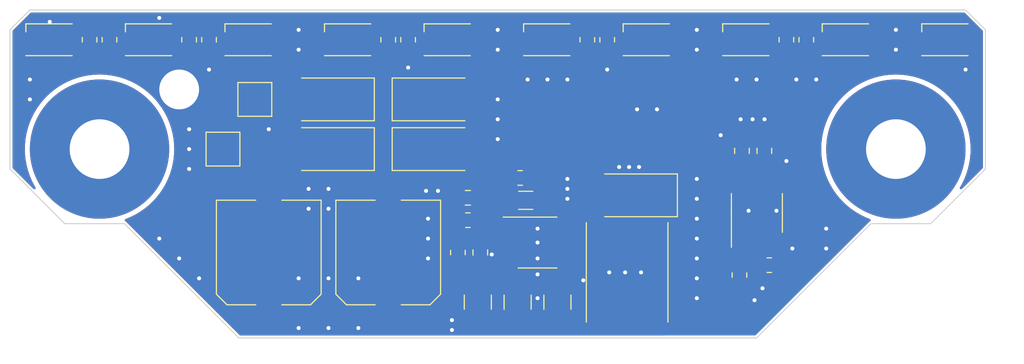
<source format=kicad_pcb>
(kicad_pcb (version 20211014) (generator pcbnew)
  (layers (0 "F.Cu" signal) (31 "B.Cu" signal) (34 "B.Paste" user) (35 "F.Paste" user) (36 "B.SilkS" user "B.Silkscreen") (37 "F.SilkS" user "F.Silkscreen") (38 "B.Mask" user) (39 "F.Mask" user) (44 "Edge.Cuts" user))
  (net 0 "")
  (net 1 "GND")
  (net 2 "Net-(C6-Pad1)")
  (net 3 "Net-(C7-Pad1)")
  (net 4 "VCC")
  (net 5 "Net-(D1-Pad1)")
  (net 6 "/VCC_In")
  (net 7 "Net-(D3-Pad1)")
  (net 8 "/FB")
  (net 9 "Net-(D5-Pad1)")
  (net 10 "Net-(C10-Pad2)")
  (net 11 "Net-(D7-Pad2)")
  (net 12 "Net-(D10-Pad1)")
  (net 13 "Net-(D11-Pad1)")
  (net 14 "/Strang1")
  (net 15 "Net-(D13-Pad1)")
  (net 16 "/Strang2")
  (net 17 "Net-(C4-Pad1)")
  (net 18 "/Strang3")
  (net 19 "/Strang4")
  (net 20 "/Strang5")
  (net 21 "Net-(D15-Pad1)")
  (net 22 "Net-(R4-Pad2)")
  (net 23 "/COMP")
  (net 24 "Net-(U1-Pad3)")
  (footprint "Resistor_SMD:R_0805_2012Metric_Pad1.20x1.40mm_HandSolder" (layer "F.Cu") (at 149 74 90)
    (fp_text reference "R13" hide)
    (fp_text value "1k")
    (fp_line (start -0.227064 -0.735) (end 0.227064 -0.735) (layer "F.SilkS") (width 0.12))
    (fp_line (start -0.227064 0.735) (end 0.227064 0.735) (layer "F.SilkS") (width 0.12))
    (pad "1" smd roundrect (at -1 0 90) (size 1.2 1.4) (layers "F.Cu" "F.Paste" "F.Mask") (roundrect_rratio 0.2083333333) (net 3 "Net-(C7-Pad1)"))
    (pad "2" smd roundrect (at 1 0 90) (size 1.2 1.4) (layers "F.Cu" "F.Paste" "F.Mask") (roundrect_rratio 0.2083333333) (net 20 "/Strang5"))
  )
  (footprint "Resistor_SMD:R_0805_2012Metric_Pad1.20x1.40mm_HandSolder" (layer "F.Cu") (at 101 74 -90)
    (fp_text reference "R15" hide)
    (fp_text value "1k")
    (fp_line (start -0.227064 -0.735) (end 0.227064 -0.735) (layer "F.SilkS") (width 0.12))
    (fp_line (start -0.227064 0.735) (end 0.227064 0.735) (layer "F.SilkS") (width 0.12))
    (pad "1" smd roundrect (at -1 0 270) (size 1.2 1.4) (layers "F.Cu" "F.Paste" "F.Mask") (roundrect_rratio 0.2083333333) (net 3 "Net-(C7-Pad1)"))
    (pad "2" smd roundrect (at 1 0 270) (size 1.2 1.4) (layers "F.Cu" "F.Paste" "F.Mask") (roundrect_rratio 0.2083333333) (net 18 "/Strang3"))
  )
  (footprint "LED_SMD:LED_PLCC-2" (layer "F.Cu") (at 125 74)
    (fp_text reference "D3" hide)
    (fp_text value "VLMK31R1S2")
    (fp_line (start 2.25 1.6) (end -2.4 1.6) (layer "F.SilkS") (width 0.12))
    (fp_line (start -2.4 -1.6) (end -2.4 -0.8) (layer "F.SilkS") (width 0.12))
    (fp_line (start 2.25 -1.6) (end -2.4 -1.6) (layer "F.SilkS") (width 0.12))
    (pad "1" smd rect (at -1.5 0) (size 1.5 2.6) (layers "F.Cu" "F.Paste" "F.Mask") (net 7 "Net-(D3-Pad1)"))
    (pad "2" smd rect (at 1.5 0) (size 1.5 2.6) (layers "F.Cu" "F.Paste" "F.Mask") (net 4 "VCC"))
  )
  (footprint "MountingVias:6x14mm" (layer "F.Cu") (at 189.6 86.2)
    (fp_text reference "REF**" hide)
    (fp_text value "6x14mm")
    (pad "1" thru_hole circle (at -9.6 -1.2) (size 14 14) (drill 6) (layers *.Cu *.Mask) (clearance 0.5))
  )
  (footprint "Capacitor_SMD:C_0805_2012Metric_Pad1.18x1.45mm_HandSolder" (layer "F.Cu") (at 164.535 85.175 90)
    (fp_text reference "C5" hide)
    (fp_text value "100nF")
    (fp_line (start -0.261252 -0.735) (end 0.261252 -0.735) (layer "F.SilkS") (width 0.12))
    (fp_line (start -0.261252 0.735) (end 0.261252 0.735) (layer "F.SilkS") (width 0.12))
    (pad "1" smd roundrect (at -1.0375 0 90) (size 1.175 1.45) (layers "F.Cu" "F.Paste" "F.Mask") (roundrect_rratio 0.2127659574) (net 6 "/VCC_In"))
    (pad "2" smd roundrect (at 1.0375 0 90) (size 1.175 1.45) (layers "F.Cu" "F.Paste" "F.Mask") (roundrect_rratio 0.2127659574) (net 1 "GND"))
  )
  (footprint "Diode_SMD:D_SMB_Handsoldering" (layer "F.Cu") (at 134 80)
    (fp_text reference "D9" hide)
    (fp_text value "MBRS140TR")
    (fp_line (start -4.6 -2.15) (end -4.6 2.15) (layer "F.SilkS") (width 0.12))
    (fp_line (start -4.6 -2.15) (end 2.7 -2.15) (layer "F.SilkS") (width 0.12))
    (fp_line (start -4.6 2.15) (end 2.7 2.15) (layer "F.SilkS") (width 0.12))
    (pad "1" smd rect (at -2.7 0) (size 3.5 2.3) (layers "F.Cu" "F.Paste" "F.Mask") (net 11 "Net-(D7-Pad2)"))
    (pad "2" smd rect (at 2.7 0) (size 3.5 2.3) (layers "F.Cu" "F.Paste" "F.Mask") (net 1 "GND"))
  )
  (footprint "Resistor_SMD:R_0805_2012Metric_Pad1.20x1.40mm_HandSolder" (layer "F.Cu") (at 137 92.15 180)
    (fp_text reference "R2" hide)
    (fp_text value "6.2k")
    (fp_line (start -0.227064 -0.735) (end 0.227064 -0.735) (layer "F.SilkS") (width 0.12))
    (fp_line (start -0.227064 0.735) (end 0.227064 0.735) (layer "F.SilkS") (width 0.12))
    (pad "1" smd roundrect (at -1 0 180) (size 1.2 1.4) (layers "F.Cu" "F.Paste" "F.Mask") (roundrect_rratio 0.2083333333) (net 8 "/FB"))
    (pad "2" smd roundrect (at 1 0 180) (size 1.2 1.4) (layers "F.Cu" "F.Paste" "F.Mask") (roundrect_rratio 0.2083333333) (net 10 "Net-(C10-Pad2)"))
  )
  (footprint "Resistor_SMD:R_0805_2012Metric_Pad1.20x1.40mm_HandSolder" (layer "F.Cu") (at 164.285 97.675 -90)
    (fp_text reference "R4" hide)
    (fp_text value "10k")
    (fp_line (start -0.227064 0.735) (end 0.227064 0.735) (layer "F.SilkS") (width 0.12))
    (fp_line (start -0.227064 -0.735) (end 0.227064 -0.735) (layer "F.SilkS") (width 0.12))
    (pad "1" smd roundrect (at -1 0 270) (size 1.2 1.4) (layers "F.Cu" "F.Paste" "F.Mask") (roundrect_rratio 0.2083333333) (net 10 "Net-(C10-Pad2)"))
    (pad "2" smd roundrect (at 1 0 270) (size 1.2 1.4) (layers "F.Cu" "F.Paste" "F.Mask") (roundrect_rratio 0.2083333333) (net 22 "Net-(R4-Pad2)"))
  )
  (footprint "Resistor_SMD:R_0805_2012Metric_Pad1.20x1.40mm_HandSolder" (layer "F.Cu") (at 129 74 90)
    (fp_text reference "R17" hide)
    (fp_text value "1k")
    (fp_line (start -0.227064 -0.735) (end 0.227064 -0.735) (layer "F.SilkS") (width 0.12))
    (fp_line (start -0.227064 0.735) (end 0.227064 0.735) (layer "F.SilkS") (width 0.12))
    (pad "1" smd roundrect (at -1 0 90) (size 1.2 1.4) (layers "F.Cu" "F.Paste" "F.Mask") (roundrect_rratio 0.2083333333) (net 3 "Net-(C7-Pad1)"))
    (pad "2" smd roundrect (at 1 0 90) (size 1.2 1.4) (layers "F.Cu" "F.Paste" "F.Mask") (roundrect_rratio 0.2083333333) (net 14 "/Strang1"))
  )
  (footprint "Resistor_SMD:R_0805_2012Metric_Pad1.20x1.40mm_HandSolder" (layer "F.Cu") (at 151 74 -90)
    (fp_text reference "R9" hide)
    (fp_text value "10R")
    (fp_line (start -0.227064 0.735) (end 0.227064 0.735) (layer "F.SilkS") (width 0.12))
    (fp_line (start -0.227064 -0.735) (end 0.227064 -0.735) (layer "F.SilkS") (width 0.12))
    (pad "1" smd roundrect (at -1 0 270) (size 1.2 1.4) (layers "F.Cu" "F.Paste" "F.Mask") (roundrect_rratio 0.2083333333) (net 20 "/Strang5"))
    (pad "2" smd roundrect (at 1 0 270) (size 1.2 1.4) (layers "F.Cu" "F.Paste" "F.Mask") (roundrect_rratio 0.2083333333) (net 1 "GND"))
  )
  (footprint "Resistor_SMD:R_0805_2012Metric_Pad1.20x1.40mm_HandSolder" (layer "F.Cu") (at 169 74 90)
    (fp_text reference "R14" hide)
    (fp_text value "1k")
    (fp_line (start -0.227064 0.735) (end 0.227064 0.735) (layer "F.SilkS") (width 0.12))
    (fp_line (start -0.227064 -0.735) (end 0.227064 -0.735) (layer "F.SilkS") (width 0.12))
    (pad "1" smd roundrect (at -1 0 90) (size 1.2 1.4) (layers "F.Cu" "F.Paste" "F.Mask") (roundrect_rratio 0.2083333333) (net 3 "Net-(C7-Pad1)"))
    (pad "2" smd roundrect (at 1 0 90) (size 1.2 1.4) (layers "F.Cu" "F.Paste" "F.Mask") (roundrect_rratio 0.2083333333) (net 19 "/Strang4"))
  )
  (footprint "Diode_SMD:D_SMB_Handsoldering" (layer "F.Cu") (at 123 80 180)
    (fp_text reference "D7" hide)
    (fp_text value "MBRS140TR")
    (fp_line (start -4.6 2.15) (end 2.7 2.15) (layer "F.SilkS") (width 0.12))
    (fp_line (start -4.6 -2.15) (end -4.6 2.15) (layer "F.SilkS") (width 0.12))
    (fp_line (start -4.6 -2.15) (end 2.7 -2.15) (layer "F.SilkS") (width 0.12))
    (pad "1" smd rect (at -2.7 0 180) (size 3.5 2.3) (layers "F.Cu" "F.Paste" "F.Mask") (net 6 "/VCC_In"))
    (pad "2" smd rect (at 2.7 0 180) (size 3.5 2.3) (layers "F.Cu" "F.Paste" "F.Mask") (net 11 "Net-(D7-Pad2)"))
  )
  (footprint "Capacitor_SMD:C_0805_2012Metric_Pad1.18x1.45mm_HandSolder" (layer "F.Cu") (at 137 89.9 180)
    (fp_text reference "C10" hide)
    (fp_text value "1nF")
    (fp_line (start -0.261252 -0.735) (end 0.261252 -0.735) (layer "F.SilkS") (width 0.12))
    (fp_line (start -0.261252 0.735) (end 0.261252 0.735) (layer "F.SilkS") (width 0.12))
    (pad "1" smd roundrect (at -1.0375 0 180) (size 1.175 1.45) (layers "F.Cu" "F.Paste" "F.Mask") (roundrect_rratio 0.2127659574) (net 8 "/FB"))
    (pad "2" smd roundrect (at 1.0375 0 180) (size 1.175 1.45) (layers "F.Cu" "F.Paste" "F.Mask") (roundrect_rratio 0.2127659574) (net 10 "Net-(C10-Pad2)"))
  )
  (footprint "Resistor_SMD:R_0805_2012Metric_Pad1.20x1.40mm_HandSolder" (layer "F.Cu") (at 99 74 90)
    (fp_text reference "R5" hide)
    (fp_text value "10R")
    (fp_line (start -0.227064 -0.735) (end 0.227064 -0.735) (layer "F.SilkS") (width 0.12))
    (fp_line (start -0.227064 0.735) (end 0.227064 0.735) (layer "F.SilkS") (width 0.12))
    (pad "1" smd roundrect (at -1 0 90) (size 1.2 1.4) (layers "F.Cu" "F.Paste" "F.Mask") (roundrect_rratio 0.2083333333) (net 18 "/Strang3"))
    (pad "2" smd roundrect (at 1 0 90) (size 1.2 1.4) (layers "F.Cu" "F.Paste" "F.Mask") (roundrect_rratio 0.2083333333) (net 1 "GND"))
  )
  (footprint "LED_SMD:LED_PLCC-2" (layer "F.Cu") (at 135 74)
    (fp_text reference "D2" hide)
    (fp_text value "VLMK31R1S2")
    (fp_line (start 2.25 -1.6) (end -2.4 -1.6) (layer "F.SilkS") (width 0.12))
    (fp_line (start 2.25 1.6) (end -2.4 1.6) (layer "F.SilkS") (width 0.12))
    (fp_line (start -2.4 -1.6) (end -2.4 -0.8) (layer "F.SilkS") (width 0.12))
    (pad "1" smd rect (at -1.5 0) (size 1.5 2.6) (layers "F.Cu" "F.Paste" "F.Mask") (net 14 "/Strang1"))
    (pad "2" smd rect (at 1.5 0) (size 1.5 2.6) (layers "F.Cu" "F.Paste" "F.Mask") (net 5 "Net-(D1-Pad1)"))
  )
  (footprint "Capacitor_SMD:C_0805_2012Metric_Pad1.18x1.45mm_HandSolder" (layer "F.Cu") (at 166.785 85.175 90)
    (fp_text reference "C7" hide)
    (fp_text value "100nF 0805")
    (fp_line (start -0.261252 0.735) (end 0.261252 0.735) (layer "F.SilkS") (width 0.12))
    (fp_line (start -0.261252 -0.735) (end 0.261252 -0.735) (layer "F.SilkS") (width 0.12))
    (pad "1" smd roundrect (at -1.0375 0 90) (size 1.175 1.45) (layers "F.Cu" "F.Paste" "F.Mask") (roundrect_rratio 0.2127659574) (net 3 "Net-(C7-Pad1)"))
    (pad "2" smd roundrect (at 1.0375 0 90) (size 1.175 1.45) (layers "F.Cu" "F.Paste" "F.Mask") (roundrect_rratio 0.2127659574) (net 1 "GND"))
  )
  (footprint "Diode_SMD:D_SMB_Handsoldering" (layer "F.Cu") (at 134 85)
    (fp_text reference "D10" hide)
    (fp_text value "MBRS140TR")
    (fp_line (start -4.6 2.15) (end 2.7 2.15) (layer "F.SilkS") (width 0.12))
    (fp_line (start -4.6 -2.15) (end -4.6 2.15) (layer "F.SilkS") (width 0.12))
    (fp_line (start -4.6 -2.15) (end 2.7 -2.15) (layer "F.SilkS") (width 0.12))
    (pad "1" smd rect (at -2.7 0) (size 3.5 2.3) (layers "F.Cu" "F.Paste" "F.Mask") (net 12 "Net-(D10-Pad1)"))
    (pad "2" smd rect (at 2.7 0) (size 3.5 2.3) (layers "F.Cu" "F.Paste" "F.Mask") (net 1 "GND"))
  )
  (footprint "Resistor_SMD:R_0805_2012Metric_Pad1.20x1.40mm_HandSolder" (layer "F.Cu") (at 131 74 -90)
    (fp_text reference "R1" hide)
    (fp_text value "10R")
    (fp_line (start -0.227064 0.735) (end 0.227064 0.735) (layer "F.SilkS") (width 0.12))
    (fp_line (start -0.227064 -0.735) (end 0.227064 -0.735) (layer "F.SilkS") (width 0.12))
    (pad "1" smd roundrect (at -1 0 270) (size 1.2 1.4) (layers "F.Cu" "F.Paste" "F.Mask") (roundrect_rratio 0.2083333333) (net 14 "/Strang1"))
    (pad "2" smd roundrect (at 1 0 270) (size 1.2 1.4) (layers "F.Cu" "F.Paste" "F.Mask") (roundrect_rratio 0.2083333333) (net 1 "GND"))
  )
  (footprint "Resistor_SMD:R_0805_2012Metric_Pad1.20x1.40mm_HandSolder" (layer "F.Cu") (at 142.25 87.9)
    (fp_text reference "R12" hide)
    (fp_text value "6.8k")
    (fp_line (start -0.227064 -0.735) (end 0.227064 -0.735) (layer "F.SilkS") (width 0.12))
    (fp_line (start -0.227064 0.735) (end 0.227064 0.735) (layer "F.SilkS") (width 0.12))
    (pad "1" smd roundrect (at -1 0) (size 1.2 1.4) (layers "F.Cu" "F.Paste" "F.Mask") (roundrect_rratio 0.2083333333) (net 23 "/COMP"))
    (pad "2" smd roundrect (at 1 0) (size 1.2 1.4) (layers "F.Cu" "F.Paste" "F.Mask") (roundrect_rratio 0.2083333333) (net 2 "Net-(C6-Pad1)"))
  )
  (footprint "Resistor_SMD:R_0805_2012Metric_Pad1.20x1.40mm_HandSolder" (layer "F.Cu") (at 136 95.4 -90)
    (fp_text reference "R11" hide)
    (fp_text value "100k")
    (fp_line (start -0.227064 0.735) (end 0.227064 0.735) (layer "F.SilkS") (width 0.12))
    (fp_line (start -0.227064 -0.735) (end 0.227064 -0.735) (layer "F.SilkS") (width 0.12))
    (pad "1" smd roundrect (at -1 0 270) (size 1.2 1.4) (layers "F.Cu" "F.Paste" "F.Mask") (roundrect_rratio 0.2083333333) (net 17 "Net-(C4-Pad1)"))
    (pad "2" smd roundrect (at 1 0 270) (size 1.2 1.4) (layers "F.Cu" "F.Paste" "F.Mask") (roundrect_rratio 0.2083333333) (net 6 "/VCC_In"))
  )
  (footprint "LED_SMD:LED_PLCC-2" (layer "F.Cu") (at 185 74)
    (fp_text reference "D11" hide)
    (fp_text value "VLMK31R1S2")
    (fp_line (start -2.4 -1.6) (end -2.4 -0.8) (layer "F.SilkS") (width 0.12))
    (fp_line (start 2.25 -1.6) (end -2.4 -1.6) (layer "F.SilkS") (width 0.12))
    (fp_line (start 2.25 1.6) (end -2.4 1.6) (layer "F.SilkS") (width 0.12))
    (pad "1" smd rect (at -1.5 0) (size 1.5 2.6) (layers "F.Cu" "F.Paste" "F.Mask") (net 13 "Net-(D11-Pad1)"))
    (pad "2" smd rect (at 1.5 0) (size 1.5 2.6) (layers "F.Cu" "F.Paste" "F.Mask") (net 4 "VCC"))
  )
  (footprint "Resistor_SMD:R_0805_2012Metric_Pad1.20x1.40mm_HandSolder" (layer "F.Cu") (at 167.285 96.675)
    (fp_text reference "R6" hide)
    (fp_text value "1.5k")
    (fp_line (start -0.227064 0.735) (end 0.227064 0.735) (layer "F.SilkS") (width 0.12))
    (fp_line (start -0.227064 -0.735) (end 0.227064 -0.735) (layer "F.SilkS") (width 0.12))
    (pad "1" smd roundrect (at -1 0) (size 1.2 1.4) (layers "F.Cu" "F.Paste" "F.Mask") (roundrect_rratio 0.2083333333) (net 22 "Net-(R4-Pad2)"))
    (pad "2" smd roundrect (at 1 0) (size 1.2 1.4) (layers "F.Cu" "F.Paste" "F.Mask") (roundrect_rratio 0.2083333333) (net 1 "GND"))
  )
  (footprint "Diode_SMD:D_SMB_Handsoldering" (layer "F.Cu") (at 153.45 89.65 180)
    (fp_text reference "D15" hide)
    (fp_text value "MBRS140TR")
    (fp_line (start -4.6 -2.15) (end 2.7 -2.15) (layer "F.SilkS") (width 0.12))
    (fp_line (start -4.6 -2.15) (end -4.6 2.15) (layer "F.SilkS") (width 0.12))
    (fp_line (start -4.6 2.15) (end 2.7 2.15) (layer "F.SilkS") (width 0.12))
    (pad "1" smd rect (at -2.7 0 180) (size 3.5 2.3) (layers "F.Cu" "F.Paste" "F.Mask") (net 21 "Net-(D15-Pad1)"))
    (pad "2" smd rect (at 2.7 0 180) (size 3.5 2.3) (layers "F.Cu" "F.Paste" "F.Mask") (net 1 "GND"))
  )
  (footprint "Capacitor_SMD:C_0805_2012Metric_Pad1.18x1.45mm_HandSolder" (layer "F.Cu") (at 138.25 95.4 -90)
    (fp_text reference "C4" hide)
    (fp_text value "100nF")
    (fp_line (start -0.261252 0.735) (end 0.261252 0.735) (layer "F.SilkS") (width 0.12))
    (fp_line (start -0.261252 -0.735) (end 0.261252 -0.735) (layer "F.SilkS") (width 0.12))
    (pad "1" smd roundrect (at -1.0375 0 270) (size 1.175 1.45) (layers "F.Cu" "F.Paste" "F.Mask") (roundrect_rratio 0.2127659574) (net 17 "Net-(C4-Pad1)"))
    (pad "2" smd roundrect (at 1.0375 0 270) (size 1.175 1.45) (layers "F.Cu" "F.Paste" "F.Mask") (roundrect_rratio 0.2127659574) (net 1 "GND"))
  )
  (footprint "Capacitor_SMD:C_Elec_10x10.2" (layer "F.Cu") (at 117 95.4 90)
    (fp_text reference "C2" hide)
    (fp_text value "220µF 50V")
    (fp_line (start -5.26 -4.195563) (end -4.195563 -5.26) (layer "F.SilkS") (width 0.12))
    (fp_line (start -4.195563 5.26) (end 5.26 5.26) (layer "F.SilkS") (width 0.12))
    (fp_line (start 5.26 5.26) (end 5.26 1.31) (layer "F.SilkS") (width 0.12))
    (fp_line (start -5.26 4.195563) (end -4.195563 5.26) (layer "F.SilkS") (width 0.12))
    (fp_line (start -5.26 -4.195563) (end -5.26 -1.31) (layer "F.SilkS") (width 0.12))
    (fp_line (start -5.26 4.195563) (end -5.26 1.31) (layer "F.SilkS") (width 0.12))
    (fp_line (start -4.195563 -5.26) (end 5.26 -5.26) (layer "F.SilkS") (width 0.12))
    (fp_line (start 5.26 -5.26) (end 5.26 -1.31) (layer "F.SilkS") (width 0.12))
    (pad "1" smd roundrect (at -4.4 0 90) (size 4.6 2.1) (layers "F.Cu" "F.Paste" "F.Mask") (roundrect_rratio 0.1190480952) (net 6 "/VCC_In"))
    (pad "2" smd roundrect (at 4.4 0 90) (size 4.6 2.1) (layers "F.Cu" "F.Paste" "F.Mask") (roundrect_rratio 0.1190480952) (net 1 "GND"))
  )
  (footprint "LED_SMD:LED_PLCC-2" (layer "F.Cu") (at 95 74)
    (fp_text reference "D6" hide)
    (fp_text value "VLMK31R1S2")
    (fp_line (start 2.25 1.6) (end -2.4 1.6) (layer "F.SilkS") (width 0.12))
    (fp_line (start -2.4 -1.6) (end -2.4 -0.8) (layer "F.SilkS") (width 0.12))
    (fp_line (start 2.25 -1.6) (end -2.4 -1.6) (layer "F.SilkS") (width 0.12))
    (pad "1" smd rect (at -1.5 0) (size 1.5 2.6) (layers "F.Cu" "F.Paste" "F.Mask") (net 18 "/Strang3"))
    (pad "2" smd rect (at 1.5 0) (size 1.5 2.6) (layers "F.Cu" "F.Paste" "F.Mask") (net 9 "Net-(D5-Pad1)"))
  )
  (footprint "LED_SMD:LED_PLCC-2" (layer "F.Cu") (at 155 74)
    (fp_text reference "D14" hide)
    (fp_text value "VLMK31R1S2")
    (fp_line (start -2.4 -1.6) (end -2.4 -0.8) (layer "F.SilkS") (width 0.12))
    (fp_line (start 2.25 1.6) (end -2.4 1.6) (layer "F.SilkS") (width 0.12))
    (fp_line (start 2.25 -1.6) (end -2.4 -1.6) (layer "F.SilkS") (width 0.12))
    (pad "1" smd rect (at -1.5 0) (size 1.5 2.6) (layers "F.Cu" "F.Paste" "F.Mask") (net 20 "/Strang5"))
    (pad "2" smd rect (at 1.5 0) (size 1.5 2.6) (layers "F.Cu" "F.Paste" "F.Mask") (net 15 "Net-(D13-Pad1)"))
  )
  (footprint "Resistor_SMD:R_0805_2012Metric_Pad1.20x1.40mm_HandSolder" (layer "F.Cu") (at 109 74 90)
    (fp_text reference "R16" hide)
    (fp_text value "1k")
    (fp_line (start -0.227064 0.735) (end 0.227064 0.735) (layer "F.SilkS") (width 0.12))
    (fp_line (start -0.227064 -0.735) (end 0.227064 -0.735) (layer "F.SilkS") (width 0.12))
    (pad "1" smd roundrect (at -1 0 90) (size 1.2 1.4) (layers "F.Cu" "F.Paste" "F.Mask") (roundrect_rratio 0.2083333333) (net 3 "Net-(C7-Pad1)"))
    (pad "2" smd roundrect (at 1 0 90) (size 1.2 1.4) (layers "F.Cu" "F.Paste" "F.Mask") (roundrect_rratio 0.2083333333) (net 16 "/Strang2"))
  )
  (footprint "LED_SMD:LED_PLCC-2" (layer "F.Cu") (at 105 74)
    (fp_text reference "D5" hide)
    (fp_text value "VLMK31R1S2")
    (fp_line (start 2.25 -1.6) (end -2.4 -1.6) (layer "F.SilkS") (width 0.12))
    (fp_line (start 2.25 1.6) (end -2.4 1.6) (layer "F.SilkS") (width 0.12))
    (fp_line (start -2.4 -1.6) (end -2.4 -0.8) (layer "F.SilkS") (width 0.12))
    (pad "1" smd rect (at -1.5 0) (size 1.5 2.6) (layers "F.Cu" "F.Paste" "F.Mask") (net 9 "Net-(D5-Pad1)"))
    (pad "2" smd rect (at 1.5 0) (size 1.5 2.6) (layers "F.Cu" "F.Paste" "F.Mask") (net 4 "VCC"))
  )
  (footprint "Package_SO:SO-8_3.9x4.9mm_P1.27mm" (layer "F.Cu") (at 166.035 91.425 90)
    (fp_text reference "U1" hide)
    (fp_text value "LM358")
    (fp_line (start 0 -2.56) (end -3.45 -2.56) (layer "F.SilkS") (width 0.12))
    (fp_line (start 0 2.56) (end -1.95 2.56) (layer "F.SilkS") (width 0.12))
    (fp_line (start 0 -2.56) (end 1.95 -2.56) (layer "F.SilkS") (width 0.12))
    (fp_line (start 0 2.56) (end 1.95 2.56) (layer "F.SilkS") (width 0.12))
    (pad "1" smd roundrect (at -2.575 -1.905 90) (size 1.75 0.6) (layers "F.Cu" "F.Paste" "F.Mask") (net 10 "Net-(C10-Pad2)"))
    (pad "2" smd roundrect (at -2.575 -0.635 90) (size 1.75 0.6) (layers "F.Cu" "F.Paste" "F.Mask") (net 22 "Net-(R4-Pad2)"))
    (pad "3" smd roundrect (at -2.575 0.635 90) (size 1.75 0.6) (layers "F.Cu" "F.Paste" "F.Mask") (net 24 "Net-(U1-Pad3)"))
    (pad "4" smd roundrect (at -2.575 1.905 90) (size 1.75 0.6) (layers "F.Cu" "F.Paste" "F.Mask") (net 1 "GND"))
    (pad "5" smd roundrect (at 2.575 1.905 90) (size 1.75 0.6) (layers "F.Cu" "F.Paste" "F.Mask") (net 3 "Net-(C7-Pad1)"))
    (pad "6" smd roundrect (at 2.575 0.635 90) (size 1.75 0.6) (layers "F.Cu" "F.Paste" "F.Mask") (net 24 "Net-(U1-Pad3)"))
    (pad "7" smd roundrect (at 2.575 -0.635 90) (size 1.75 0.6) (layers "F.Cu" "F.Paste" "F.Mask") (net 24 "Net-(U1-Pad3)"))
    (pad "8" smd roundrect (at 2.575 -1.905 90) (size 1.75 0.6) (layers "F.Cu" "F.Paste" "F.Mask") (net 6 "/VCC_In"))
  )
  (footprint "Package_SO:SO-8_3.9x4.9mm_P1.27mm" (layer "F.Cu") (at 144 94.4)
    (fp_text reference "U2" hide)
    (fp_text value "TS2509")
    (fp_line (start 0 2.56) (end -1.95 2.56) (layer "F.SilkS") (width 0.12))
    (fp_line (start 0 -2.56) (end -3.45 -2.56) (layer "F.SilkS") (width 0.12))
    (fp_line (start 0 -2.56) (end 1.95 -2.56) (layer "F.SilkS") (width 0.12))
    (fp_line (start 0 2.56) (end 1.95 2.56) (layer "F.SilkS") (width 0.12))
    (pad "1" smd roundrect (at -2.575 -1.905) (size 1.75 0.6) (layers "F.Cu" "F.Paste" "F.Mask") (net 8 "/FB"))
    (pad "2" smd roundrect (at -2.575 -0.635) (size 1.75 0.6) (layers "F.Cu" "F.Paste" "F.Mask") (net 17 "Net-(C4-Pad1)"))
    (pad "3" smd roundrect (at -2.575 0.635) (size 1.75 0.6) (layers "F.Cu" "F.Paste" "F.Mask") (net 23 "/COMP"))
    (pad "4" smd roundrect (at -2.575 1.905) (size 1.75 0.6) (layers "F.Cu" "F.Paste" "F.Mask") (net 6 "/VCC_In"))
    (pad "5" smd roundrect (at 2.575 1.905) (size 1.75 0.6) (layers "F.Cu" "F.Paste" "F.Mask") (net 21 "Net-(D15-Pad1)"))
    (pad "6" smd roundrect (at 2.575 0.635) (size 1.75 0.6) (layers "F.Cu" "F.Paste" "F.Mask") (net 21 "Net-(D15-Pad1)"))
    (pad "7" smd roundrect (at 2.575 -0.635) (size 1.75 0.6) (layers "F.Cu" "F.Paste" "F.Mask") (net 1 "GND"))
    (pad "8" smd roundrect (at 2.575 -1.905) (size 1.75 0.6) (layers "F.Cu" "F.Paste" "F.Mask") (net 1 "GND"))
  )
  (footprint "Capacitor_SMD:C_1210_3225Metric_Pad1.33x2.70mm_HandSolder" (layer "F.Cu") (at 142 100.4 90)
    (fp_text reference "C8" hide)
    (fp_text value "10µF 1210")
    (fp_line (start -0.711252 -1.36) (end 0.711252 -1.36) (layer "F.SilkS") (width 0.12))
    (fp_line (start -0.711252 1.36) (end 0.711252 1.36) (layer "F.SilkS") (width 0.12))
    (pad "1" smd roundrect (at -1.5625 0 90) (size 1.325 2.7) (layers "F.Cu" "F.Paste" "F.Mask") (roundrect_rratio 0.1886792453) (net 4 "VCC"))
    (pad "2" smd roundrect (at 1.5625 0 90) (size 1.325 2.7) (layers "F.Cu" "F.Paste" "F.Mask") (roundrect_rratio 0.1886792453) (net 1 "GND"))
  )
  (footprint "LED_SMD:LED_PLCC-2" (layer "F.Cu") (at 165 74)
    (fp_text reference "D13" hide)
    (fp_text value "VLMK31R1S2")
    (fp_line (start 2.25 -1.6) (end -2.4 -1.6) (layer "F.SilkS") (width 0.12))
    (fp_line (start -2.4 -1.6) (end -2.4 -0.8) (layer "F.SilkS") (width 0.12))
    (fp_line (start 2.25 1.6) (end -2.4 1.6) (layer "F.SilkS") (width 0.12))
    (pad "1" smd rect (at -1.5 0) (size 1.5 2.6) (layers "F.Cu" "F.Paste" "F.Mask") (net 15 "Net-(D13-Pad1)"))
    (pad "2" smd rect (at 1.5 0) (size 1.5 2.6) (layers "F.Cu" "F.Paste" "F.Mask") (net 4 "VCC"))
  )
  (footprint "Resistor_SMD:R_0805_2012Metric_Pad1.20x1.40mm_HandSolder" (layer "F.Cu") (at 111 74 -90)
    (fp_text reference "R3" hide)
    (fp_text value "10R")
    (fp_line (start -0.227064 0.735) (end 0.227064 0.735) (layer "F.SilkS") (width 0.12))
    (fp_line (start -0.227064 -0.735) (end 0.227064 -0.735) (layer "F.SilkS") (width 0.12))
    (pad "1" smd roundrect (at -1 0 270) (size 1.2 1.4) (layers "F.Cu" "F.Paste" "F.Mask") (roundrect_rratio 0.2083333333) (net 16 "/Strang2"))
    (pad "2" smd roundrect (at 1 0 270) (size 1.2 1.4) (layers "F.Cu" "F.Paste" "F.Mask") (roundrect_rratio 0.2083333333) (net 1 "GND"))
  )
  (footprint "MountingVias:6x14mm" (layer "F.Cu") (at 93.8 106.4)
    (fp_text reference "REF**" hide)
    (fp_text value "6x14mm")
    (pad "1" thru_hole circle (at 6.2 -21.4) (size 14 14) (drill 6) (layers *.Cu *.Mask) (clearance 0.5))
  )
  (footprint "Inductor_SMD:L_Taiyo-Yuden_NR-80xx_HandSoldering" (layer "F.Cu") (at 153 97.4 -90)
    (fp_text reference "L1" hide)
    (fp_text value "10µH NRS8040")
    (fp_line (start -5 -4.1) (end 5 -4.1) (layer "F.SilkS") (width 0.12))
    (fp_line (start -5 4.1) (end 5 4.1) (layer "F.SilkS") (width 0.12))
    (pad "1" smd rect (at -3.45 0 270) (size 3.1 7.7) (layers "F.Cu" "F.Paste" "F.Mask") (net 21 "Net-(D15-Pad1)"))
    (pad "2" smd rect (at 3.45 0 270) (size 3.1 7.7) (layers "F.Cu" "F.Paste" "F.Mask") (net 4 "VCC"))
  )
  (footprint "LED_SMD:LED_PLCC-2" (layer "F.Cu") (at 115 74)
    (fp_text reference "D4" hide)
    (fp_text value "VLMK31R1S2")
    (fp_line (start 2.25 1.6) (end -2.4 1.6) (layer "F.SilkS") (width 0.12))
    (fp_line (start -2.4 -1.6) (end -2.4 -0.8) (layer "F.SilkS") (width 0.12))
    (fp_line (start 2.25 -1.6) (end -2.4 -1.6) (layer "F.SilkS") (width 0.12))
    (pad "1" smd rect (at -1.5 0) (size 1.5 2.6) (layers "F.Cu" "F.Paste" "F.Mask") (net 16 "/Strang2"))
    (pad "2" smd rect (at 1.5 0) (size 1.5 2.6) (layers "F.Cu" "F.Paste" "F.Mask") (net 7 "Net-(D3-Pad1)"))
  )
  (footprint "TestPoint:TestPoint_Pad_3.0x3.0mm" (layer "F.Cu") (at 115.6 80 90)
    (fp_text reference "J1" hide)
    (fp_text value "6V AC Input")
    (fp_line (start 1.7 -1.7) (end 1.7 1.7) (layer "F.SilkS") (width 0.12))
    (fp_line (start 1.7 1.7) (end -1.7 1.7) (layer "F.SilkS") (width 0.12))
    (fp_line (start -1.7 -1.7) (end 1.7 -1.7) (layer "F.SilkS") (width 0.12))
    (fp_line (start -1.7 1.7) (end -1.7 -1.7) (layer "F.SilkS") (width 0.12))
    (pad "1" smd rect (at 0 0 90) (size 3 3) (layers "F.Cu" "F.Mask") (net 11 "Net-(D7-Pad2)"))
  )
  (footprint "LED_SMD:LED_PLCC-2" (layer "F.Cu") (at 145 74)
    (fp_text reference "D1" hide)
    (fp_text value "VLMK31R1S2")
    (fp_line (start -2.4 -1.6) (end -2.4 -0.8) (layer "F.SilkS") (width 0.12))
    (fp_line (start 2.25 1.6) (end -2.4 1.6) (layer "F.SilkS") (width 0.12))
    (fp_line (start 2.25 -1.6) (end -2.4 -1.6) (layer "F.SilkS") (width 0.12))
    (pad "1" smd rect (at -1.5 0) (size 1.5 2.6) (layers "F.Cu" "F.Paste" "F.Mask") (net 5 "Net-(D1-Pad1)"))
    (pad "2" smd rect (at 1.5 0) (size 1.5 2.6) (layers "F.Cu" "F.Paste" "F.Mask") (net 4 "VCC"))
  )
  (footprint "Capacitor_SMD:C_1210_3225Metric_Pad1.33x2.70mm_HandSolder" (layer "F.Cu") (at 138 100.4 -90)
    (fp_text reference "C3" hide)
    (fp_text value "10µF")
    (fp_line (start -0.711252 1.36) (end 0.711252 1.36) (layer "F.SilkS") (width 0.12))
    (fp_line (start -0.711252 -1.36) (end 0.711252 -1.36) (layer "F.SilkS") (width 0.12))
    (pad "1" smd roundrect (at -1.5625 0 270) (size 1.325 2.7) (layers "F.Cu" "F.Paste" "F.Mask") (roundrect_rratio 0.1886792453) (net 6 "/VCC_In"))
    (pad "2" smd roundrect (at 1.5625 0 270) (size 1.325 2.7) (layers "F.Cu" "F.Paste" "F.Mask") (roundrect_rratio 0.1886792453) (net 1 "GND"))
  )
  (footprint "Diode_SMD:D_SMB_Handsoldering" (layer "F.Cu") (at 123 85 180)
    (fp_text reference "D8" hide)
    (fp_text value "MBRS140TR")
    (fp_line (start -4.6 2.15) (end 2.7 2.15) (layer "F.SilkS") (width 0.12))
    (fp_line (start -4.6 -2.15) (end -4.6 2.15) (layer "F.SilkS") (width 0.12))
    (fp_line (start -4.6 -2.15) (end 2.7 -2.15) (layer "F.SilkS") (width 0.12))
    (pad "1" smd rect (at -2.7 0 180) (size 3.5 2.3) (layers "F.Cu" "F.Paste" "F.Mask") (net 6 "/VCC_In"))
    (pad "2" smd rect (at 2.7 0 180) (size 3.5 2.3) (layers "F.Cu" "F.Paste" "F.Mask") (net 12 "Net-(D10-Pad1)"))
  )
  (footprint "LED_SMD:LED_PLCC-2" (layer "F.Cu") (at 175 74)
    (fp_text reference "D12" hide)
    (fp_text value "VLMK31R1S2")
    (fp_line (start 2.25 1.6) (end -2.4 1.6) (layer "F.SilkS") (width 0.12))
    (fp_line (start 2.25 -1.6) (end -2.4 -1.6) (layer "F.SilkS") (width 0.12))
    (fp_line (start -2.4 -1.6) (end -2.4 -0.8) (layer "F.SilkS") (width 0.12))
    (pad "1" smd rect (at -1.5 0) (size 1.5 2.6) (layers "F.Cu" "F.Paste" "F.Mask") (net 19 "/Strang4"))
    (pad "2" smd rect (at 1.5 0) (size 1.5 2.6) (layers "F.Cu" "F.Paste" "F.Mask") (net 13 "Net-(D11-Pad1)"))
  )
  (footprint "Capacitor_SMD:C_1206_3216Metric_Pad1.33x1.80mm_HandSolder" (layer "F.Cu") (at 142.8125 90.15 180)
    (fp_text reference "C6" hide)
    (fp_text value "330pF 1206")
    (fp_line (start -0.711252 0.91) (end 0.711252 0.91) (layer "F.SilkS") (width 0.12))
    (fp_line (start -0.711252 -0.91) (end 0.711252 -0.91) (layer "F.SilkS") (width 0.12))
    (pad "1" smd roundrect (at -1.5625 0 180) (size 1.325 1.8) (layers "F.Cu" "F.Paste" "F.Mask") (roundrect_rratio 0.1886792453) (net 2 "Net-(C6-Pad1)"))
    (pad "2" smd roundrect (at 1.5625 0 180) (size 1.325 1.8) (layers "F.Cu" "F.Paste" "F.Mask") (roundrect_rratio 0.1886792453) (net 8 "/FB"))
  )
  (footprint "Resistor_SMD:R_0805_2012Metric_Pad1.20x1.40mm_HandSolder" (layer "F.Cu") (at 171 74 -90)
    (fp_text reference "R7" hide)
    (fp_text value "10R")
    (fp_line (start -0.227064 -0.735) (end 0.227064 -0.735) (layer "F.SilkS") (width 0.12))
    (fp_line (start -0.227064 0.735) (end 0.227064 0.735) (layer "F.SilkS") (width 0.12))
    (pad "1" smd roundrect (at -1 0 270) (size 1.2 1.4) (layers "F.Cu" "F.Paste" "F.Mask") (roundrect_rratio 0.2083333333) (net 19 "/Strang4"))
    (pad "2" smd roundrect (at 1 0 270) (size 1.2 1.4) (layers "F.Cu" "F.Paste" "F.Mask") (roundrect_rratio 0.2083333333) (net 1 "GND"))
  )
  (footprint "Capacitor_SMD:C_1210_3225Metric_Pad1.33x2.70mm_HandSolder" (layer "F.Cu") (at 146 100.4 90)
    (fp_text reference "C9" hide)
    (fp_text value "10µF 1210")
    (fp_line (start -0.711252 -1.36) (end 0.711252 -1.36) (layer "F.SilkS") (width 0.12))
    (fp_line (start -0.711252 1.36) (end 0.711252 1.36) (layer "F.SilkS") (width 0.12))
    (pad "1" smd roundrect (at -1.5625 0 90) (size 1.325 2.7) (layers "F.Cu" "F.Paste" "F.Mask") (roundrect_rratio 0.1886792453) (net 4 "VCC"))
    (pad "2" smd roundrect (at 1.5625 0 90) (size 1.325 2.7) (layers "F.Cu" "F.Paste" "F.Mask") (roundrect_rratio 0.1886792453) (net 1 "GND"))
  )
  (footprint "TestPoint:TestPoint_Pad_3.0x3.0mm" (layer "F.Cu") (at 112.4 85 90)
    (fp_text reference "J2" hide)
    (fp_text value "6V AC Input")
    (fp_line (start -1.7 1.7) (end -1.7 -1.7) (layer "F.SilkS") (width 0.12))
    (fp_line (start -1.7 -1.7) (end 1.7 -1.7) (layer "F.SilkS") (width 0.12))
    (fp_line (start 1.7 -1.7) (end 1.7 1.7) (layer "F.SilkS") (width 0.12))
    (fp_line (start 1.7 1.7) (end -1.7 1.7) (layer "F.SilkS") (width 0.12))
    (pad "1" smd rect (at 0 0 90) (size 3 3) (layers "F.Cu" "F.Mask") (net 12 "Net-(D10-Pad1)"))
  )
  (footprint "Capacitor_SMD:C_Elec_10x10.2" (layer "F.Cu") (at 129 95.4 90)
    (fp_text reference "C1" hide)
    (fp_text value "220µF 50V")
    (fp_line (start -5.26 4.195563) (end -4.195563 5.26) (layer "F.SilkS") (width 0.12))
    (fp_line (start 5.26 5.26) (end 5.26 1.31) (layer "F.SilkS") (width 0.12))
    (fp_line (start -4.195563 5.26) (end 5.26 5.26) (layer "F.SilkS") (width 0.12))
    (fp_line (start -5.26 -4.195563) (end -4.195563 -5.26) (layer "F.SilkS") (width 0.12))
    (fp_line (start -4.195563 -5.26) (end 5.26 -5.26) (layer "F.SilkS") (width 0.12))
    (fp_line (start -5.26 -4.195563) (end -5.26 -1.31) (layer "F.SilkS") (width 0.12))
    (fp_line (start 5.26 -5.26) (end 5.26 -1.31) (layer "F.SilkS") (width 0.12))
    (fp_line (start -5.26 4.195563) (end -5.26 1.31) (layer "F.SilkS") (width 0.12))
    (pad "1" smd roundrect (at -4.4 0 90) (size 4.6 2.1) (layers "F.Cu" "F.Paste" "F.Mask") (roundrect_rratio 0.1190480952) (net 6 "/VCC_In"))
    (pad "2" smd roundrect (at 4.4 0 90) (size 4.6 2.1) (layers "F.Cu" "F.Paste" "F.Mask") (roundrect_rratio 0.1190480952) (net 1 "GND"))
  )
  (gr_line (start 177.5 92.5) (end 183.5 92.5) (layer "Edge.Cuts") (width 0.1))
  (gr_line (start 102.5 92.5) (end 114 104) (layer "Edge.Cuts") (width 0.1))
  (gr_line (start 183.5 92.5) (end 189 87) (layer "Edge.Cuts") (width 0.1))
  (gr_line (start 91 73) (end 91 87) (layer "Edge.Cuts") (width 0.1))
  (gr_line (start 91 87) (end 96.5 92.5) (layer "Edge.Cuts") (width 0.1))
  (gr_line (start 96.5 92.5) (end 102.5 92.5) (layer "Edge.Cuts") (width 0.1))
  (gr_line (start 166 104) (end 177.5 92.5) (layer "Edge.Cuts") (width 0.1))
  (gr_line (start 189 73) (end 187 71) (layer "Edge.Cuts") (width 0.1))
  (gr_line (start 189 87) (end 189 73) (layer "Edge.Cuts") (width 0.1))
  (gr_line (start 187 71) (end 93 71) (layer "Edge.Cuts") (width 0.1))
  (gr_line (start 114 104) (end 166 104) (layer "Edge.Cuts") (width 0.1))
  (gr_line (start 93 71) (end 91 73) (layer "Edge.Cuts") (width 0.1))
  (segment (start 139.4 95.6) (end 138.5625 96.4375) (width 1) (layer "F.Cu") (net 1))
  (segment (start 138.5625 96.4375) (end 138.25 96.4375) (width 1) (layer "F.Cu") (net 1))
  (via (at 95 72.2) (size 0.8) (drill 0.4) (layers "F.Cu" "B.Cu") (net 1))
  (via (at 126 98) (size 0.8) (drill 0.4) (layers "F.Cu" "B.Cu") (net 1))
  (via (at 108 79) (size 5) (drill 4) (layers "F.Cu" "B.Cu") (net 1))
  (via (at 170 78) (size 0.8) (drill 0.4) (layers "F.Cu" "B.Cu") (net 1))
  (via (at 154.2 86.8) (size 0.8) (drill 0.4) (layers "F.Cu" "B.Cu") (net 1))
  (via (at 123 98) (size 0.8) (drill 0.4) (layers "F.Cu" "B.Cu") (net 1))
  (via (at 123 89) (size 0.8) (drill 0.4) (layers "F.Cu" "B.Cu") (net 1))
  (via (at 156 81) (size 0.8) (drill 0.4) (layers "F.Cu" "B.Cu") (net 1))
  (via (at 140 80) (size 0.8) (drill 0.4) (layers "F.Cu" "B.Cu") (net 1))
  (via (at 165.8 100.2) (size 0.8) (drill 0.4) (layers "F.Cu" "B.Cu") (net 1))
  (via (at 117 83) (size 0.8) (drill 0.4) (layers "F.Cu" "B.Cu") (net 1))
  (via (at 154 81) (size 0.8) (drill 0.4) (layers "F.Cu" "B.Cu") (net 1))
  (via (at 145 78) (size 0.8) (drill 0.4) (layers "F.Cu" "B.Cu") (net 1))
  (via (at 134 89.2) (size 0.8) (drill 0.4) (layers "F.Cu" "B.Cu") (net 1))
  (via (at 121 89) (size 0.8) (drill 0.4) (layers "F.Cu" "B.Cu") (net 1))
  (via (at 160 92) (size 0.8) (drill 0.4) (layers "F.Cu" "B.Cu") (net 1))
  (via (at 152.2 86.8) (size 0.8) (drill 0.4) (layers "F.Cu" "B.Cu") (net 1))
  (via (at 93 78) (size 0.8) (drill 0.4) (layers "F.Cu" "B.Cu") (net 1))
  (via (at 123 103) (size 0.8) (drill 0.4) (layers "F.Cu" "B.Cu") (net 1))
  (via (at 168 91.2) (size 0.8) (drill 0.4) (layers "F.Cu" "B.Cu") (net 1))
  (via (at 120 103) (size 0.8) (drill 0.4) (layers "F.Cu" "B.Cu") (net 1))
  (via (at 147 90) (size 0.8) (drill 0.4) (layers "F.Cu" "B.Cu") (net 1))
  (via (at 106 71.8) (size 0.8) (drill 0.4) (layers "F.Cu" "B.Cu") (net 1))
  (via (at 160 88) (size 0.8) (drill 0.4) (layers "F.Cu" "B.Cu") (net 1))
  (via (at 180 75) (size 0.8) (drill 0.4) (layers "F.Cu" "B.Cu") (net 1))
  (via (at 135.4 103.2) (size 0.8) (drill 0.4) (layers "F.Cu" "B.Cu") (net 1))
  (via (at 173 93) (size 0.8) (drill 0.4) (layers "F.Cu" "B.Cu") (net 1))
  (via (at 160 94) (size 0.8) (drill 0.4) (layers "F.Cu" "B.Cu") (net 1))
  (via (at 106 94) (size 0.8) (drill 0.4) (layers "F.Cu" "B.Cu") (net 1))
  (via (at 133 92) (size 0.8) (drill 0.4) (layers "F.Cu" "B.Cu") (net 1))
  (via (at 166.8 82) (size 0.8) (drill 0.4) (layers "F.Cu" "B.Cu") (net 1))
  (via (at 110 98) (size 0.8) (drill 0.4) (layers "F.Cu" "B.Cu") (net 1))
  (via (at 165.2 91.2) (size 0.8) (drill 0.4) (layers "F.Cu" "B.Cu") (net 1))
  (via (at 160 98) (size 0.8) (drill 0.4) (layers "F.Cu" "B.Cu") (net 1))
  (via (at 153.2 86.8) (size 0.8) (drill 0.4) (layers "F.Cu" "B.Cu") (net 1))
  (via (at 166 78) (size 0.8) (drill 0.4) (layers "F.Cu" "B.Cu") (net 1))
  (via (at 135.4 102.2) (size 0.8) (drill 0.4) (layers "F.Cu" "B.Cu") (net 1))
  (via (at 160 100) (size 0.8) (drill 0.4) (layers "F.Cu" "B.Cu") (net 1))
  (via (at 160 73) (size 0.8) (drill 0.4) (layers "F.Cu" "B.Cu") (net 1))
  (via (at 144 96) (size 0.8) (drill 0.4) (layers "F.Cu" "B.Cu") (net 1))
  (via (at 147 78) (size 0.8) (drill 0.4) (layers "F.Cu" "B.Cu") (net 1))
  (via (at 123 91) (size 0.8) (drill 0.4) (layers "F.Cu" "B.Cu") (net 1))
  (via (at 162.4 83.6) (size 0.8) (drill 0.4) (layers "F.Cu" "B.Cu") (net 1))
  (via (at 173 95) (size 0.8) (drill 0.4) (layers "F.Cu" "B.Cu") (net 1))
  (via (at 120 98) (size 0.8) (drill 0.4) (layers "F.Cu" "B.Cu") (net 1))
  (via (at 126 103) (size 0.8) (drill 0.4) (layers "F.Cu" "B.Cu") (net 1))
  (via (at 120 73) (size 0.8) (drill 0.4) (layers "F.Cu" "B.Cu") (net 1))
  (via (at 144 94.4) (size 0.8) (drill 0.4) (layers "F.Cu" "B.Cu") (net 1))
  (via (at 111 77) (size 0.8) (drill 0.4) (layers "F.Cu" "B.Cu") (net 1))
  (via (at 140 82) (size 0.8) (drill 0.4) (layers "F.Cu" "B.Cu") (net 1))
  (via (at 164.4 82) (size 0.8) (drill 0.4) (layers "F.Cu" "B.Cu") (net 1))
  (via (at 187 77) (size 0.8) (drill 0.4) (layers "F.Cu" "B.Cu") (net 1))
  (via (at 93 80) (size 0.8) (drill 0.4) (layers "F.Cu" "B.Cu") (net 1))
  (via (at 133 94) (size 0.8) (drill 0.4) (layers "F.Cu" "B.Cu") (net 1))
  (via (at 166.6 99) (size 0.8) (drill 0.4) (layers "F.Cu" "B.Cu") (net 1))
  (via (at 144 100) (size 0.8) (drill 0.4) (layers "F.Cu" "B.Cu") (net 1))
  (via (at 160 96) (size 0.8) (drill 0.4) (layers "F.Cu" "B.Cu") (net 1))
  (via (at 109 85) (size 0.8) (drill 0.4) (layers "F.Cu" "B.Cu") (net 1))
  (via (at 109 87) (size 0.8) (drill 0.4) (layers "F.Cu" "B.Cu") (net 1))
  (via (at 147 88) (size 0.8) (drill 0.4) (layers "F.Cu" "B.Cu") (net 1))
  (via (at 172 78) (size 0.8) (drill 0.4) (layers "F.Cu" "B.Cu") (net 1))
  (via (at 160 75) (size 0.8) (drill 0.4) (layers "F.Cu" "B.Cu") (net 1))
  (via (at 109 83) (size 0.8) (drill 0.4) (layers "F.Cu" "B.Cu") (net 1))
  (via (at 151.2 97.4) (size 0.8) (drill 0.4) (layers "F.Cu" "B.Cu") (net 1))
  (via (at 151 77) (size 0.8) (drill 0.4) (layers "F.Cu" "B.Cu") (net 1))
  (via (at 108 96) (size 0.8) (drill 0.4) (layers "F.Cu" "B.Cu") (net 1))
  (via (at 139.4 95.6) (size 0.8) (drill 0.4) (layers "F.Cu" "B.Cu") (net 1))
  (via (at 140 75) (size 0.8) (drill 0.4) (layers "F.Cu" "B.Cu") (net 1))
  (via (at 147 89) (size 0.8) (drill 0.4) (layers "F.Cu" "B.Cu") (net 1))
  (via (at 169 86.2) (size 0.8) (drill 0.4) (layers "F.Cu" "B.Cu") (net 1))
  (via (at 164 78) (size 0.8) (drill 0.4) (layers "F.Cu" "B.Cu") (net 1))
  (via (at 140 73) (size 0.8) (drill 0.4) (layers "F.Cu" "B.Cu") (net 1))
  (via (at 152.8 97.4) (size 0.8) (drill 0.4) (layers "F.Cu" "B.Cu") (net 1))
  (via (at 148.6 98.2) (size 0.8) (drill 0.4) (layers "F.Cu" "B.Cu") (net 1))
  (via (at 140 84) (size 0.8) (drill 0.4) (layers "F.Cu" "B.Cu") (net 1))
  (via (at 121 91) (size 0.8) (drill 0.4) (layers "F.Cu" "B.Cu") (net 1))
  (via (at 165.6 82) (size 0.8) (drill 0.4) (layers "F.Cu" "B.Cu") (net 1))
  (via (at 154.4 97.4) (size 0.8) (drill 0.4) (layers "F.Cu" "B.Cu") (net 1))
  (via (at 144 97.6) (size 0.8) (drill 0.4) (layers "F.Cu" "B.Cu") (net 1))
  (via (at 169.6 95) (size 0.8) (drill 0.4) (layers "F.Cu" "B.Cu") (net 1))
  (via (at 160 90) (size 0.8) (drill 0.4) (layers "F.Cu" "B.Cu") (net 1))
  (via (at 133 96) (size 0.8) (drill 0.4) (layers "F.Cu" "B.Cu") (net 1))
  (via (at 132.8 89.2) (size 0.8) (drill 0.4) (layers "F.Cu" "B.Cu") (net 1))
  (via (at 143 78) (size 0.8) (drill 0.4) (layers "F.Cu" "B.Cu") (net 1))
  (via (at 144 93) (size 0.8) (drill 0.4) (layers "F.Cu" "B.Cu") (net 1))
  (via (at 120 75) (size 0.8) (drill 0.4) (layers "F.Cu" "B.Cu") (net 1))
  (via (at 131 76.8) (size 0.8) (drill 0.4) (layers "F.Cu" "B.Cu") (net 1))
  (via (at 180 73) (size 0.8) (drill 0.4) (layers "F.Cu" "B.Cu") (net 1))
  (segment (start 144.375 89.025) (end 143.25 87.9) (width 0.5) (layer "F.Cu") (net 2))
  (segment (start 144.375 90.15) (end 144.375 89.025) (width 0.5) (layer "F.Cu") (net 2))
  (segment (start 151.648528 74) (end 152.05 74.401472) (width 0.3) (layer "F.Cu") (net 3))
  (segment (start 149 75) (end 150 74) (width 0.3) (layer "F.Cu") (net 3))
  (segment (start 112.05 74.401472) (end 112.05 75.95) (width 0.3) (layer "F.Cu") (net 3))
  (segment (start 128 76) (end 129 75) (width 0.3) (layer "F.Cu") (net 3))
  (segment (start 148.05 75.95) (end 149 75) (width 0.3) (layer "F.Cu") (net 3))
  (segment (start 152.05 75.95) (end 168.05 75.95) (width 0.3) (layer "F.Cu") (net 3))
  (segment (start 169 82.2) (end 169 83.9975) (width 0.3) (layer "F.Cu") (net 3))
  (segment (start 167.94 88.85) (end 167.94 87.3675) (width 0.5) (layer "F.Cu") (net 3))
  (segment (start 130 74) (end 131.648528 74) (width 0.3) (layer "F.Cu") (net 3))
  (segment (start 169 83.9975) (end 166.785 86.2125) (width 0.3) (layer "F.Cu") (net 3))
  (segment (start 168.05 75.95) (end 169 75) (width 0.3) (layer "F.Cu") (net 3))
  (segment (start 108 76) (end 109 75) (width 0.3) (layer "F.Cu") (net 3))
  (segment (start 150 74) (end 151.648528 74) (width 0.3) (layer "F.Cu") (net 3))
  (segment (start 129 75) (end 130 74) (width 0.3) (layer "F.Cu") (net 3))
  (segment (start 105 72.75) (end 105 75.4) (width 0.3) (layer "F.Cu") (net 3))
  (segment (start 168.05 75.95) (end 168.05 81.25) (width 0.3) (layer "F.Cu") (net 3))
  (segment (start 131.648528 74) (end 132.05 74.401472) (width 0.3) (layer "F.Cu") (net 3))
  (segment (start 112.1 76) (end 128 76) (width 0.3) (layer "F.Cu") (net 3))
  (segment (start 111.648528 74) (end 112.05 74.401472) (width 0.3) (layer "F.Cu") (net 3))
  (segment (start 105.6 76) (end 108 76) (width 0.3) (layer "F.Cu") (net 3))
  (segment (start 110 74) (end 111.648528 74) (width 0.3) (layer "F.Cu") (net 3))
  (segment (start 168.05 81.25) (end 169 82.2) (width 0.3) (layer "F.Cu") (net 3))
  (segment (start 105 75.4) (end 105.6 76) (width 0.3) (layer "F.Cu") (net 3))
  (segment (start 104.25 72) (end 105 72.75) (width 0.3) (layer "F.Cu") (net 3))
  (segment (start 132.05 75.95) (end 148.05 75.95) (width 0.3) (layer "F.Cu") (net 3))
  (segment (start 109 75) (end 110 74) (width 0.3) (layer "F.Cu") (net 3))
  (segment (start 132.05 74.401472) (end 132.05 75.95) (width 0.3) (layer "F.Cu") (net 3))
  (segment (start 102 72) (end 104.25 72) (width 0.3) (layer "F.Cu") (net 3))
  (segment (start 101 73) (end 102 72) (width 0.3) (layer "F.Cu") (net 3))
  (segment (start 152.05 74.401472) (end 152.05 75.95) (width 0.3) (layer "F.Cu") (net 3))
  (segment (start 167.94 87.3675) (end 166.785 86.2125) (width 0.5) (layer "F.Cu") (net 3))
  (segment (start 112.05 75.95) (end 112.1 76) (width 0.3) (layer "F.Cu") (net 3))
  (segment (start 126.6 71.8) (end 126.5 71.9) (width 0.5) (layer "F.Cu") (net 4))
  (segment (start 186.5 74.5) (end 186.5 74) (width 1) (layer "F.Cu") (net 4))
  (segment (start 186.5 73.7) (end 186.5 74) (width 0.5) (layer "F.Cu") (net 4))
  (segment (start 106.5 73.1) (end 107.8 71.8) (width 0.5) (layer "F.Cu") (net 4))
  (segment (start 165.6 103.2) (end 171 97.8) (width 1) (layer "F.Cu") (net 4))
  (segment (start 166.6 71.8) (end 184.6 71.8) (width 0.5) (layer "F.Cu") (net 4))
  (segment (start 184.8 76.2) (end 186.5 74.5) (width 1) (layer "F.Cu") (net 4))
  (segment (start 171 97.8) (end 171 81.6) (width 1) (layer "F.Cu") (net 4))
  (segment (start 126.6 71.8) (end 146.6 71.8) (width 0.5) (layer "F.Cu") (net 4))
  (segment (start 166.6 71.8) (end 166.5 71.9) (width 0.5) (layer "F.Cu") (net 4))
  (segment (start 171 81.6) (end 176.4 76.2) (width 1) (layer "F.Cu") (net 4))
  (segment (start 153 100.85) (end 155.25 100.85) (width 1) (layer "F.Cu") (net 4))
  (segment (start 166.5 71.9) (end 166.5 74) (width 0.5) (layer "F.Cu") (net 4))
  (segment (start 157.6 103.2) (end 165.6 103.2) (width 1) (layer "F.Cu") (net 4))
  (segment (start 146.6 71.8) (end 166.6 71.8) (width 0.5) (layer "F.Cu") (net 4))
  (segment (start 106.5 74) (end 106.5 73.1) (width 0.5) (layer "F.Cu") (net 4))
  (segment (start 107.8 71.8) (end 126.6 71.8) (width 0.5) (layer "F.Cu") (net 4))
  (segment (start 155.25 100.85) (end 157.6 103.2) (width 1) (layer "F.Cu") (net 4))
  (segment (start 184.6 71.8) (end 186.5 73.7) (width 0.5) (layer "F.Cu") (net 4))
  (segment (start 146.5 71.9) (end 146.5 74) (width 0.5) (layer "F.Cu") (net 4))
  (segment (start 176.4 76.2) (end 184.8 76.2) (width 1) (layer "F.Cu") (net 4))
  (segment (start 146.6 71.8) (end 146.5 71.9) (width 0.5) (layer "F.Cu") (net 4))
  (segment (start 126.5 71.9) (end 126.5 74) (width 0.5) (layer "F.Cu") (net 4))
  (segment (start 136.5 74) (end 143.5 74) (width 0.5) (layer "F.Cu") (net 5))
  (segment (start 125.6 88) (end 125.7 87.9) (width 0.5) (layer "F.Cu") (net 6))
  (segment (start 164.2125 86.2125) (end 163 85) (width 0.5) (layer "F.Cu") (net 6))
  (segment (start 117.7 100.5) (end 117 99.8) (width 1) (layer "F.Cu") (net 6))
  (segment (start 129 98.4) (end 129 99.8) (width 1) (layer "F.Cu") (net 6))
  (segment (start 164.535 86.2125) (end 164.2125 86.2125) (width 0.5) (layer "F.Cu") (net 6))
  (segment (start 125.7 95.1) (end 129 98.4) (width 1) (layer "F.Cu") (net 6))
  (segment (start 125.7 80) (end 125.7 85) (width 1) (layer "F.Cu") (net 6))
  (segment (start 164.13 88.85) (end 164.13 86.6175) (width 0.5) (layer "F.Cu") (net 6))
  (segment (start 164.13 86.6175) (end 164.535 86.2125) (width 0.5) (layer "F.Cu") (net 6))
  (segment (start 129 100.5) (end 117.7 100.5) (width 1) (layer "F.Cu") (net 6))
  (segment (start 141.6 85) (end 138.6 88) (width 0.5) (layer "F.Cu") (net 6))
  (segment (start 129 99.8) (end 129 100.5) (width 1) (layer "F.Cu") (net 6))
  (segment (start 125.7 85) (end 125.7 95.1) (width 1) (layer "F.Cu") (net 6))
  (segment (start 138.6 88) (end 125.6 88) (width 0.5) (layer "F.Cu") (net 6))
  (segment (start 163 85) (end 141.6 85) (width 0.5) (layer "F.Cu") (net 6))
  (segment (start 125.7 87.9) (end 125.7 85) (width 0.5) (layer "F.Cu") (net 6))
  (segment (start 116.5 74) (end 123.5 74) (width 0.5) (layer "F.Cu") (net 7))
  (segment (start 138.345 92.495) (end 138 92.15) (width 0.5) (layer "F.Cu") (net 8))
  (segment (start 138.0375 92.1125) (end 138 92.15) (width 0.5) (layer "F.Cu") (net 8))
  (segment (start 138.0375 89.9) (end 141 89.9) (width 0.5) (layer "F.Cu") (net 8))
  (segment (start 141.425 92.495) (end 138.345 92.495) (width 0.5) (layer "F.Cu") (net 8))
  (segment (start 141 89.9) (end 141.25 90.15) (width 0.5) (layer "F.Cu") (net 8))
  (segment (start 138.0375 89.9) (end 138.0375 92.1125) (width 0.5) (layer "F.Cu") (net 8))
  (segment (start 96.5 74) (end 103.5 74) (width 0.25) (layer "F.Cu") (net 9))
  (segment (start 135.9625 89.8375) (end 135.9625 89.9) (width 0.3) (layer "F.Cu") (net 10))
  (segment (start 164.13 94) (end 164.13 96.52) (width 0.5) (layer "F.Cu") (net 10))
  (segment (start 164.13 94) (end 164.13 92.47) (width 0.3) (layer "F.Cu") (net 10))
  (segment (start 163.2 91.54) (end 163.2 86.2) (width 0.3) (layer "F.Cu") (net 10))
  (segment (start 137.2 88.6) (end 135.9625 89.8375) (width 0.3) (layer "F.Cu") (net 10))
  (segment (start 164.13 96.52) (end 164.285 96.675) (width 0.5) (layer "F.Cu") (net 10))
  (segment (start 162.6 85.6) (end 141.848528 85.6) (width 0.3) (layer "F.Cu") (net 10))
  (segment (start 164.13 92.47) (end 163.2 91.54) (width 0.3) (layer "F.Cu") (net 10))
  (segment (start 135.9625 92.1125) (end 136 92.15) (width 0.5) (layer "F.Cu") (net 10))
  (segment (start 135.9625 89.9) (end 135.9625 92.1125) (width 0.5) (layer "F.Cu") (net 10))
  (segment (start 163.2 86.2) (end 162.6 85.6) (width 0.3) (layer "F.Cu") (net 10))
  (segment (start 138.848528 88.6) (end 137.2 88.6) (width 0.3) (layer "F.Cu") (net 10))
  (segment (start 141.848528 85.6) (end 138.848528 88.6) (width 0.3) (layer "F.Cu") (net 10))
  (segment (start 131.3 80) (end 130.6 80) (width 0.5) (layer "F.Cu") (net 11))
  (segment (start 130.6 80) (end 128 77.4) (width 0.5) (layer "F.Cu") (net 11))
  (segment (start 115.6 80) (end 120.3 80) (width 1) (layer "F.Cu") (net 11))
  (segment (start 123.2 77.4) (end 120.6 80) (width 0.5) (layer "F.Cu") (net 11))
  (segment (start 120.6 80) (end 120.3 80) (width 0.5) (layer "F.Cu") (net 11))
  (segment (start 128 77.4) (end 123.2 77.4) (width 0.5) (layer "F.Cu") (net 11))
  (segment (start 120.3 80) (end 120.456498 80) (width 1) (layer "F.Cu") (net 11))
  (segment (start 123 78.8) (end 123 82.6) (width 0.5) (layer "F.Cu") (net 12))
  (segment (start 112.4 85) (end 120.3 85) (width 1) (layer "F.Cu") (net 12))
  (segment (start 120.6 85) (end 120.3 85) (width 0.5) (layer "F.Cu") (net 12))
  (segment (start 127.6 78.2) (end 123.6 78.2) (width 0.5) (layer "F.Cu") (net 12))
  (segment (start 128.4 82.8) (end 128.4 79) (width 0.5) (layer "F.Cu") (net 12))
  (segment (start 131.3 85) (end 130.6 85) (width 0.5) (layer "F.Cu") (net 12))
  (segment (start 123.6 78.2) (end 123 78.8) (width 0.5) (layer "F.Cu") (net 12))
  (segment (start 128.4 79) (end 127.6 78.2) (width 0.5) (layer "F.Cu") (net 12))
  (segment (start 123 82.6) (end 120.6 85) (width 0.5) (layer "F.Cu") (net 12))
  (segment (start 130.6 85) (end 128.4 82.8) (width 0.5) (layer "F.Cu") (net 12))
  (segment (start 176.5 74) (end 183.5 74) (width 0.5) (layer "F.Cu") (net 13))
  (segment (start 133.5 74) (end 133.5 73.5) (width 0.5) (layer "F.Cu") (net 14))
  (segment (start 133.5 73.5) (end 133 73) (width 0.5) (layer "F.Cu") (net 14))
  (segment (start 133 73) (end 131 73) (width 0.5) (layer "F.Cu") (net 14))
  (segment (start 129 73) (end 131 73) (width 0.5) (layer "F.Cu") (net 14))
  (segment (start 156.5 74) (end 163.5 74) (width 0.5) (layer "F.Cu") (net 15))
  (segment (start 113 73) (end 111 73) (width 0.5) (layer "F.Cu") (net 16))
  (segment (start 109 73) (end 111 73) (width 0.5) (layer "F.Cu") (net 16))
  (segment (start 113.5 74) (end 113.5 73.5) (width 0.5) (layer "F.Cu") (net 16))
  (segment (start 113.5 73.5) (end 113 73) (width 0.5) (layer "F.Cu") (net 16))
  (segment (start 141.425 93.765) (end 138.8475 93.765) (width 0.5) (layer "F.Cu") (net 17))
  (segment (start 136 94.4) (end 138.2125 94.4) (width 0.5) (layer "F.Cu") (net 17))
  (segment (start 138.8475 93.765) (end 138.25 94.3625) (width 0.5) (layer "F.Cu") (net 17))
  (segment (start 138.2125 94.4) (end 138.25 94.3625) (width 0.5) (layer "F.Cu") (net 17))
  (segment (start 95 75.8) (end 98.2 75.8) (width 0.5) (layer "F.Cu") (net 18))
  (segment (start 98.2 75.8) (end 99 75) (width 0.5) (layer "F.Cu") (net 18))
  (segment (start 93.5 74) (end 93.5 74.3) (width 0.5) (layer "F.Cu") (net 18))
  (segment (start 93.5 74.3) (end 95 75.8) (width 0.5) (layer "F.Cu") (net 18))
  (segment (start 101 75) (end 99 75) (width 0.5) (layer "F.Cu") (net 18))
  (segment (start 173.5 74) (end 173.5 73.5) (width 0.5) (layer "F.Cu") (net 19))
  (segment (start 173 73) (end 171 73) (width 0.5) (layer "F.Cu") (net 19))
  (segment (start 169 73) (end 171 73) (width 0.5) (layer "F.Cu") (net 19))
  (segment (start 173.5 73.5) (end 173 73) (width 0.5) (layer "F.Cu") (net 19))
  (segment (start 153.5 73.5) (end 153 73) (width 0.5) (layer "F.Cu") (net 20))
  (segment (start 153 73) (end 151 73) (width 0.5) (layer "F.Cu") (net 20))
  (segment (start 151 73) (end 149 73) (width 0.5) (layer "F.Cu") (net 20))
  (segment (start 153.5 74) (end 153.5 73.5) (width 0.5) (layer "F.Cu") (net 20))
  (segment (start 166.285 96.175) (end 166.285 96.675) (width 0.5) (layer "F.Cu") (net 22))
  (segment (start 165.4 95.29) (end 166.285 96.175) (width 0.5) (layer "F.Cu") (net 22))
  (segment (start 164.285 98.675) (end 166.285 96.675) (width 0.5) (layer "F.Cu") (net 22))
  (segment (start 165.4 94) (end 165.4 95.29) (width 0.5) (layer "F.Cu") (net 22))
  (segment (start 142.365 95.035) (end 141.425 95.035) (width 0.3) (layer "F.Cu") (net 23))
  (segment (start 142.75 89.4) (end 143 89.65) (width 0.3) (layer "F.Cu") (net 23))
  (segment (start 143 89.65) (end 143 94.4) (width 0.3) (layer "F.Cu") (net 23))
  (segment (start 143 94.4) (end 142.365 95.035) (width 0.3) (layer "F.Cu") (net 23))
  (segment (start 142.75 89.4) (end 141.25 87.9) (width 0.3) (layer "F.Cu") (net 23))
  (segment (start 165.4 88.85) (end 166.67 88.85) (width 0.5) (layer "F.Cu") (net 24))
  (segment (start 166.67 94) (end 166.67 88.85) (width 0.5) (layer "F.Cu") (net 24))
  (zone (net 6) (net_name "/VCC_In") (layer "F.Cu") (priority 1) (connect_pads yes (clearance 0.254)) (min_thickness 0.254) (fill yes (thermal_gap 0.508) (thermal_bridge_width 0.508))
    (polygon (pts (xy 136.75 97.15) (xy 137.25 97.65) (xy 139.25 97.65) (xy 139.5 97.4) (xy 139.5 96.9) (xy 140.5 95.9) (xy 142.5 95.9) (xy 142.75 96.15) (xy 142.75 97.15) (xy 142.25 97.65) (xy 141 97.65) (xy 140.25 98.4) (xy 140.25 99.4) (xy 140 99.65) (xy 136 99.65) (xy 133.5 102.15) (xy 128 102.15) (xy 128 97.4) (xy 135 97.4) (xy 135.25 97.15) (xy 135.25 95.65) (xy 136.75 95.65)))
  )
  (zone (net 1) (net_name "GND") (layers F&B.Cu) (connect_pads (clearance 0.254)) (min_thickness 0.254) (fill yes (thermal_gap 0.508) (thermal_bridge_width 0.508))
    (polygon (pts (xy 190 105) (xy 90 105) (xy 90 70) (xy 190 70)))
  )
  (zone (net 4) (net_name "VCC") (layer "F.Cu") (priority 1) (connect_pads yes (clearance 0.254)) (min_thickness 0.254) (fill yes (thermal_gap 0.508) (thermal_bridge_width 0.508))
    (polygon (pts (xy 157 102.65) (xy 156.75 102.9) (xy 140.75 102.9) (xy 140.5 102.65) (xy 140.5 101.4) (xy 140.75 101.15) (xy 148.25 101.15) (xy 148.75 100.65) (xy 148.75 99.65) (xy 149.25 99.15) (xy 157 99.15)))
  )
  (zone (net 21) (net_name "Net-(D15-Pad1)") (layer "F.Cu") (priority 1) (connect_pads yes (clearance 0.254)) (min_thickness 0.254) (fill yes (thermal_gap 0.508) (thermal_bridge_width 0.508))
    (polygon (pts (xy 158.25 94.65) (xy 157 95.9) (xy 149 95.9) (xy 148 96.9) (xy 145.5 96.9) (xy 145.5 94.65) (xy 147.75 94.65) (xy 148.75 93.65) (xy 148.75 92.4) (xy 149 92.15) (xy 153.5 92.15) (xy 154 91.65) (xy 154 88.15) (xy 158.25 88.15)))
  )
)
</source>
